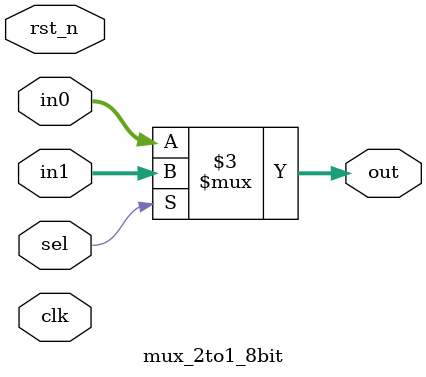
<source format=sv>
module mux_2to1_8bit (
    input logic clk,
    input logic rst_n,
    input logic sel,
    input logic [7:0] in0,
    input logic [7:0] in1,
    output logic [7:0] out
);

    always @(*) begin
        if (sel)
            out = in1;
        else
            out = in0;
    end

endmodule
</source>
